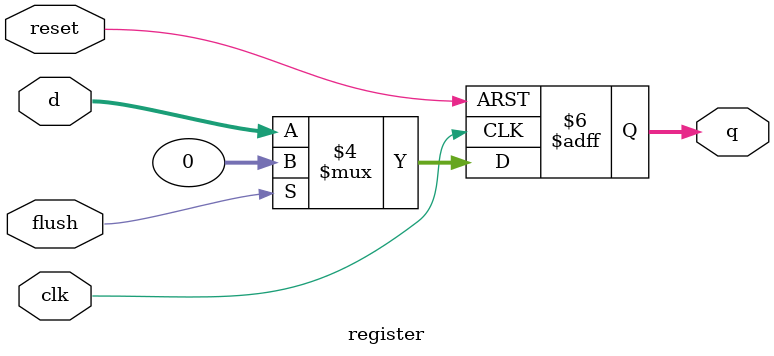
<source format=v>
module register 
#(parameter width = 32,
  parameter Default_val = 0)
(clk,reset,d,q,flush);
input clk, reset,flush;

input [width-1:0] d;
output reg [width-1:0] q;

always@(posedge clk or negedge reset)
begin
	if(!reset)
		q <= Default_val;
	else if(flush)
		q <= Default_val;
	else
		q <= d;
end

endmodule

</source>
